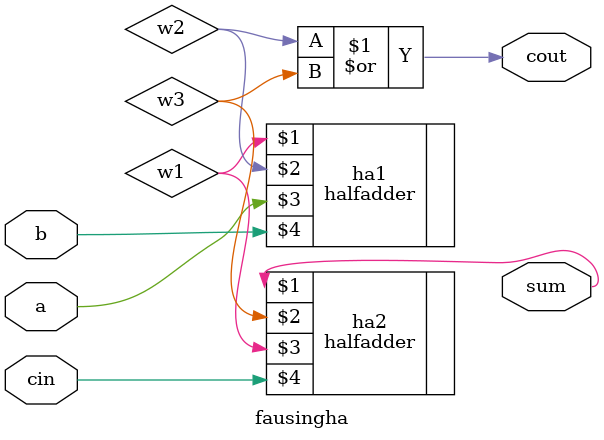
<source format=v>
module fausingha(sum,cout,a,b,cin);
    input a,b,cin;
    output sum,cout;
    wire w1,w2,w3;
    halfadder ha1(w1,w2,a,b);
    halfadder ha2(sum,w3,w1,cin);
    assign cout= w2|w3;
endmodule

</source>
